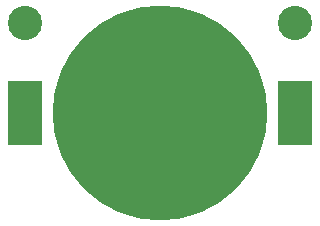
<source format=gbs>
G04 #@! TF.FileFunction,Soldermask,Bot*
%FSLAX46Y46*%
G04 Gerber Fmt 4.6, Leading zero omitted, Abs format (unit mm)*
G04 Created by KiCad (PCBNEW 4.0.6) date 05/11/17 00:54:59*
%MOMM*%
%LPD*%
G01*
G04 APERTURE LIST*
%ADD10C,0.100000*%
%ADD11C,2.900000*%
%ADD12R,2.900000X5.500000*%
%ADD13C,18.200000*%
G04 APERTURE END LIST*
D10*
D11*
X137160000Y-92710000D03*
X160020000Y-92710000D03*
D12*
X160040000Y-100330000D03*
X137140000Y-100330000D03*
D13*
X148590000Y-100330000D03*
M02*

</source>
